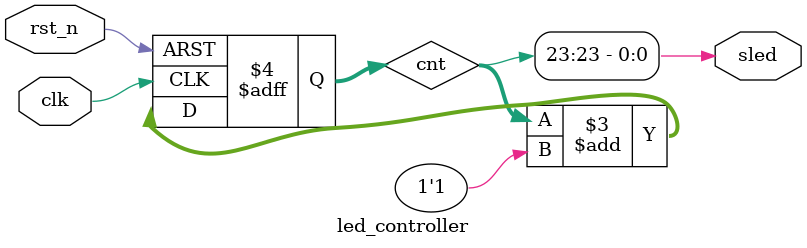
<source format=v>
module led_controller(
			input clk,		//Ê±ÖÓÐÅºÅ
			input rst_n,	//¸´Î»ÐÅºÅ£¬µÍµçÆ½ÓÐÐ§
			output sled		//LEDÖ¸Ê¾µÆ½Ó¿Ú	
		);													
	
parameter CNT_HIGH = 24;	//¼ÆÊýÆ÷×î¸ßÎ»
//-------------------------------------
reg[(CNT_HIGH-1):0] cnt;		//24Î»¼ÆÊýÆ÷															

	//cnt¼ÆÊýÆ÷½øÐÐÑ­»·¼ÆÊý
always @ (posedge clk or negedge rst_n)									
	if(!rst_n) cnt <= 0;											
	else cnt <= cnt+1'b1;																		

assign sled = cnt[CNT_HIGH-1];			

endmodule

</source>
